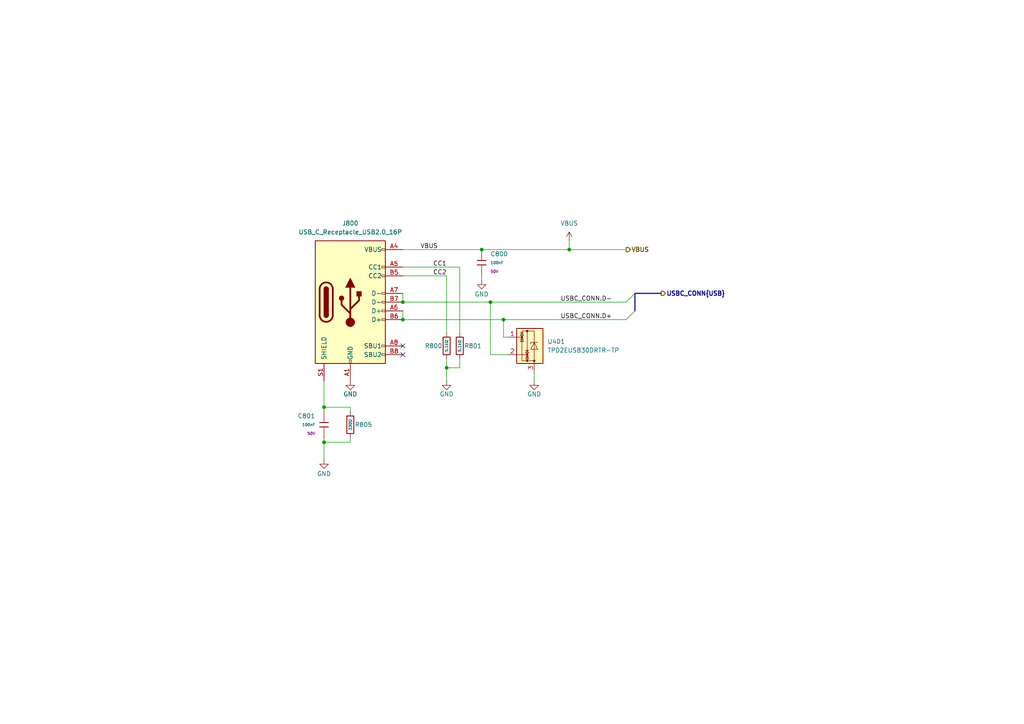
<source format=kicad_sch>
(kicad_sch (version 20250114) (generator "eeschema") (generator_version "9.0")
  (paper "A4")
  (title_block (title "USB-C") (date "2025-04-22") (rev "A") (company "Moducard System") (comment 1 "Artem Horiunov") (comment 2 "Designed in poland"))
  (lib_symbols
    (symbol "Connector:USB_C_Receptacle_USB2.0_16P" (pin_names (offset 1.016))
      (property "Reference" "J" (at 0 22.225 0))
      (property "Value" "USB_C_Receptacle_USB2.0_16P" (at 0 19.685 0))
      (symbol "USB_C_Receptacle_USB2.0_16P_0_0"
        (rectangle (start -0.254 -17.78) (end 0.254 -16.764))
        (rectangle (start 10.16 15.494) (end 9.144 14.986))
        (rectangle (start 10.16 10.414) (end 9.144 9.906))
        (rectangle (start 10.16 7.874) (end 9.144 7.366))
        (rectangle (start 10.16 2.794) (end 9.144 2.286))
        (rectangle (start 10.16 0.254) (end 9.144 -0.254))
        (rectangle (start 10.16 -2.286) (end 9.144 -2.794))
        (rectangle (start 10.16 -4.826) (end 9.144 -5.334))
        (rectangle (start 10.16 -12.446) (end 9.144 -12.954))
        (rectangle (start 10.16 -14.986) (end 9.144 -15.494))
      )
      (symbol "USB_C_Receptacle_USB2.0_16P_0_1"
        (rectangle (start -10.16 17.78) (end 10.16 -17.78) (stroke (width 0.254)) (fill (type background)))
        (polyline (pts (xy -8.89 -3.81) (xy -8.89 3.81)) (stroke (width 0.508)))
        (rectangle (start -7.62 -3.81) (end -6.35 3.81) (stroke (width 0.254)) (fill (type outline)))
        (arc (start -7.62 3.81) (mid -6.985 4.4423) (end -6.35 3.81) (stroke (width 0.254)))
        (arc (start -7.62 3.81) (mid -6.985 4.4423) (end -6.35 3.81) (stroke (width 0.254)) (fill (type outline)))
        (arc (start -8.89 3.81) (mid -6.985 5.7067) (end -5.08 3.81) (stroke (width 0.508)))
        (arc (start -5.08 -3.81) (mid -6.985 -5.7067) (end -8.89 -3.81) (stroke (width 0.508)))
        (arc (start -6.35 -3.81) (mid -6.985 -4.4423) (end -7.62 -3.81) (stroke (width 0.254)))
        (arc (start -6.35 -3.81) (mid -6.985 -4.4423) (end -7.62 -3.81) (stroke (width 0.254)) (fill (type outline)))
        (polyline (pts (xy -5.08 3.81) (xy -5.08 -3.81)) (stroke (width 0.508)))
        (circle (center -2.54 1.143) (radius 0.635) (stroke (width 0.254)) (fill (type outline)))
        (polyline (pts (xy -1.27 4.318) (xy 0 6.858) (xy 1.27 4.318) (xy -1.27 4.318)) (stroke (width 0.254)) (fill (type outline)))
        (polyline (pts (xy 0 -2.032) (xy 2.54 0.508) (xy 2.54 1.778)) (stroke (width 0.508)))
        (polyline (pts (xy 0 -3.302) (xy -2.54 -0.762) (xy -2.54 0.508)) (stroke (width 0.508)))
        (polyline (pts (xy 0 -5.842) (xy 0 4.318)) (stroke (width 0.508)))
        (circle (center 0 -5.842) (radius 1.27) (fill (type outline)))
        (rectangle (start 1.905 1.778) (end 3.175 3.048) (stroke (width 0.254)) (fill (type outline)))
      )
      (symbol "USB_C_Receptacle_USB2.0_16P_1_1"
        (pin passive line (at -7.62 -22.86 90) (length 5.08) (name "SHIELD") (number "S1"))
        (pin passive line (at 0 -22.86 90) (length 5.08) (name "GND") (number "A1"))
        (pin passive line (at 0 -22.86 90) (length 5.08) (hide yes) (name "GND") (number "A12"))
        (pin passive line (at 0 -22.86 90) (length 5.08) (hide yes) (name "GND") (number "B1"))
        (pin passive line (at 0 -22.86 90) (length 5.08) (hide yes) (name "GND") (number "B12"))
        (pin passive line (at 15.24 15.24 180) (length 5.08) (name "VBUS") (number "A4"))
        (pin passive line (at 15.24 15.24 180) (length 5.08) (hide yes) (name "VBUS") (number "A9"))
        (pin passive line (at 15.24 15.24 180) (length 5.08) (hide yes) (name "VBUS") (number "B4"))
        (pin passive line (at 15.24 15.24 180) (length 5.08) (hide yes) (name "VBUS") (number "B9"))
        (pin bidirectional line (at 15.24 10.16 180) (length 5.08) (name "CC1") (number "A5"))
        (pin bidirectional line (at 15.24 7.62 180) (length 5.08) (name "CC2") (number "B5"))
        (pin bidirectional line (at 15.24 2.54 180) (length 5.08) (name "D-") (number "A7"))
        (pin bidirectional line (at 15.24 0 180) (length 5.08) (name "D-") (number "B7"))
        (pin bidirectional line (at 15.24 -2.54 180) (length 5.08) (name "D+") (number "A6"))
        (pin bidirectional line (at 15.24 -5.08 180) (length 5.08) (name "D+") (number "B6"))
        (pin bidirectional line (at 15.24 -12.7 180) (length 5.08) (name "SBU1") (number "A8"))
        (pin bidirectional line (at 15.24 -15.24 180) (length 5.08) (name "SBU2") (number "B8"))
      )
    )
    (symbol "PCM_JLCPCB-Capacitors:0402,100nF,(2)" (pin_numbers (hide yes)) (pin_names (offset 0))
      (property "Reference" "C" (at 2.032 1.668 0))
      (property "Value" "100nF" (at 2.032 -0.3782 0))
      (property "Voltage Rated" "50V" (at 2.032 -2.0462 0))
      (symbol "0402,100nF,(2)_0_1"
        (polyline (pts (xy -1.27 0.635) (xy 1.27 0.635)) (stroke (width 0.254)))
        (polyline (pts (xy -1.27 -0.635) (xy 1.27 -0.635)) (stroke (width 0.254)))
      )
      (symbol "0402,100nF,(2)_1_1"
        (pin passive line (at 0 3.81 270) (length 3.175) (name "~") (number "1"))
        (pin passive line (at 0 -3.81 90) (length 3.175) (name "~") (number "2"))
      )
    )
    (symbol "PCM_JLCPCB-Resistors:0402,330Ω" (pin_numbers (hide yes)) (pin_names (offset 0))
      (property "Reference" "R" (at 1.778 0 0))
      (property "Value" "330Ω" (at 0 0 90))
      (symbol "0402,330Ω_0_1"
        (rectangle (start -1.016 2.54) (end 1.016 -2.54) (stroke (width 0.254)))
      )
      (symbol "0402,330Ω_1_1"
        (pin passive line (at 0 3.81 270) (length 1.27) (name "~") (number "1"))
        (pin passive line (at 0 -3.81 90) (length 1.27) (name "~") (number "2"))
      )
    )
    (symbol "PCM_JLCPCB-Resistors:0402,5.1kΩ" (pin_numbers (hide yes)) (pin_names (offset 0))
      (property "Reference" "R" (at 1.778 0 0))
      (property "Value" "5.1kΩ" (at 0 0 90))
      (symbol "0402,5.1kΩ_0_1"
        (rectangle (start -1.016 2.54) (end 1.016 -2.54) (stroke (width 0.254)))
      )
      (symbol "0402,5.1kΩ_1_1"
        (pin passive line (at 0 3.81 270) (length 1.27) (name "~") (number "1"))
        (pin passive line (at 0 -3.81 90) (length 1.27) (name "~") (number "2"))
      )
    )
    (symbol "Power_Protection:TPD2E2U06DCK"
      (property "Reference" "U" (at -3.81 6.35 0))
      (property "Value" "TPD2E2U06DCK" (at 0.508 -6.35 0))
      (symbol "TPD2E2U06DCK_0_1"
        (rectangle (start -5.08 5.08) (end 2.54 -5.08) (stroke (width 0.254)) (fill (type background)))
        (rectangle (start -3.556 4.318) (end 0 -4.318))
        (polyline (pts (xy -3.556 3.81) (xy -4.064 3.048) (xy -3.048 3.048) (xy -3.556 3.81)))
        (circle (center -3.556 2.54) (radius 0.254) (fill (type outline)))
        (polyline (pts (xy -3.556 2.54) (xy -5.08 2.54)))
        (polyline (pts (xy -3.556 2.032) (xy -4.064 1.27) (xy -3.048 1.27) (xy -3.556 2.032)))
        (polyline (pts (xy -3.048 3.81) (xy -4.064 3.81)))
        (polyline (pts (xy -3.048 2.032) (xy -4.064 2.032)))
        (circle (center -2.032 4.318) (radius 0.254) (fill (type outline)))
        (polyline (pts (xy -2.032 -1.27) (xy -2.54 -2.032) (xy -1.524 -2.032) (xy -2.032 -1.27)))
        (circle (center -2.032 -2.54) (radius 0.254) (fill (type outline)))
        (polyline (pts (xy -2.032 -2.54) (xy -5.08 -2.54)))
        (polyline (pts (xy -2.032 -3.048) (xy -2.54 -3.81) (xy -1.524 -3.81) (xy -2.032 -3.048)))
        (circle (center -2.032 -4.318) (radius 0.254) (fill (type outline)))
        (polyline (pts (xy -2.032 -4.318) (xy -2.032 4.318)))
        (polyline (pts (xy -1.524 -1.27) (xy -2.54 -1.27)))
        (polyline (pts (xy -1.524 -3.048) (xy -2.54 -3.048)))
        (polyline (pts (xy 0 1.016) (xy 1.016 -1.016) (xy -1.016 -1.016) (xy 0 1.016)))
        (polyline (pts (xy 0 -4.318) (xy 0 -5.08)))
        (circle (center 0 -4.318) (radius 0.254) (fill (type outline)))
        (polyline (pts (xy 1.016 1.016) (xy -1.016 1.016) (xy -1.016 0.508)))
      )
      (symbol "TPD2E2U06DCK_1_1"
        (pin passive line (at -7.62 2.54 0) (length 2.54) (name "~") (number "1"))
        (pin passive line (at -7.62 -2.54 0) (length 2.54) (name "~") (number "2"))
        (pin passive line (at 0 -7.62 90) (length 2.54) (name "~") (number "3"))
      )
    )
    (symbol "power:GND" (power) (pin_numbers (hide yes)) (pin_names (offset 0) (hide yes))
      (property "Value" "GND" (at 0 -3.81 0))
      (symbol "GND_0_1"
        (polyline (pts (xy 0 0) (xy 0 -1.27) (xy 1.27 -1.27) (xy 0 -2.54) (xy -1.27 -1.27) (xy 0 -1.27)))
      )
      (symbol "GND_1_1"
        (pin power_in line (at 0 0 270) (length 0) (name "~") (number "1"))
      )
    )
    (symbol "power:VBUS" (power) (pin_numbers (hide yes)) (pin_names (offset 0) (hide yes))
      (property "Value" "VBUS" (at 0 3.556 0))
      (symbol "VBUS_0_1"
        (polyline (pts (xy -0.762 1.27) (xy 0 2.54)))
        (polyline (pts (xy 0 2.54) (xy 0.762 1.27)))
        (polyline (pts (xy 0 0) (xy 0 2.54)))
      )
      (symbol "VBUS_1_1"
        (pin power_in line (at 0 0 90) (length 0) (name "~") (number "1"))
      )
    )
  )
  (junction (at 93.98 128.27))
  (junction (at 93.98 118.11))
  (junction (at 129.54 106.68))
  (junction (at 165.1 72.39))
  (junction (at 146.05 92.71))
  (junction (at 116.84 87.63))
  (junction (at 116.84 92.71))
  (junction (at 142.24 87.63))
  (junction (at 139.7 72.39))
  (no_connect (at 116.84 102.87))
  (no_connect (at 116.84 100.33))
  (bus_entry (at 184.15 85.09) (size -2.54 2.54))
  (bus_entry (at 184.15 90.17) (size -2.54 2.54))
  (wire (pts (xy 93.98 128.27) (xy 93.98 133.35)))
  (bus (pts (xy 184.15 85.09) (xy 184.15 90.17)))
  (wire (pts (xy 133.35 104.14) (xy 133.35 106.68)))
  (wire (pts (xy 147.32 102.87) (xy 142.24 102.87)))
  (wire (pts (xy 165.1 72.39) (xy 181.61 72.39)))
  (wire (pts (xy 101.6 127) (xy 101.6 128.27)))
  (wire (pts (xy 142.24 87.63) (xy 142.24 102.87)))
  (wire (pts (xy 93.98 118.11) (xy 93.98 119.38)))
  (wire (pts (xy 133.35 96.52) (xy 133.35 77.47)))
  (wire (pts (xy 101.6 118.11) (xy 101.6 119.38)))
  (wire (pts (xy 142.24 87.63) (xy 181.61 87.63)))
  (wire (pts (xy 116.84 90.17) (xy 116.84 92.71)))
  (wire (pts (xy 116.84 72.39) (xy 139.7 72.39)))
  (wire (pts (xy 116.84 77.47) (xy 133.35 77.47)))
  (wire (pts (xy 116.84 85.09) (xy 116.84 87.63)))
  (wire (pts (xy 139.7 72.39) (xy 165.1 72.39)))
  (wire (pts (xy 116.84 80.01) (xy 129.54 80.01)))
  (wire (pts (xy 116.84 87.63) (xy 142.24 87.63)))
  (wire (pts (xy 129.54 104.14) (xy 129.54 106.68)))
  (wire (pts (xy 93.98 110.49) (xy 93.98 118.11)))
  (wire (pts (xy 101.6 118.11) (xy 93.98 118.11)))
  (wire (pts (xy 154.94 107.95) (xy 154.94 110.49)))
  (wire (pts (xy 129.54 106.68) (xy 129.54 110.49)))
  (wire (pts (xy 93.98 127) (xy 93.98 128.27)))
  (wire (pts (xy 165.1 69.85) (xy 165.1 72.39)))
  (wire (pts (xy 101.6 128.27) (xy 93.98 128.27)))
  (bus (pts (xy 191.77 85.09) (xy 184.15 85.09)))
  (wire (pts (xy 147.32 97.79) (xy 146.05 97.79)))
  (wire (pts (xy 116.84 92.71) (xy 146.05 92.71)))
  (wire (pts (xy 129.54 80.01) (xy 129.54 96.52)))
  (wire (pts (xy 139.7 80.01) (xy 139.7 81.28)))
  (wire (pts (xy 129.54 106.68) (xy 133.35 106.68)))
  (wire (pts (xy 146.05 92.71) (xy 146.05 97.79)))
  (wire (pts (xy 146.05 92.71) (xy 181.61 92.71)))
  (label "CC2" (at 129.54 80.01 180))
  (label "VBUS" (at 127 72.39 180))
  (label "CC1" (at 129.54 77.47 180))
  (label "USBC_CONN.D+" (at 162.56 92.71 0))
  (label "USBC_CONN.D-" (at 162.56 87.63 0))
  (hierarchical_label "USBC_CONN{USB}" (shape output) (at 191.77 85.09 0) (effects (font (thickness 0.254) (bold yes))))
  (hierarchical_label "VBUS" (shape output) (at 181.61 72.39 0) (effects (font (thickness 0.254) (bold yes))))
  (symbol (lib_id "PCM_JLCPCB-Capacitors:0402,100nF,(2)") (at 139.7 76.2 0) (unit 1)
    (property "Reference" "C800" (at 142.24 73.6599 0) (effects (justify left)))
    (property "Value" "100nF" (at 142.24 76.2 0) (effects (font (size 0.8 0.8)) (justify left)))
    (property "Footprint" "PCM_JLCPCB:C_0402" (effects (hide yes)))
    (property "Datasheet" "https://www.lcsc.com/datasheet/lcsc_datasheet_2304140030_Samsung-Electro-Mechanics-CL05B104KB54PNC_C307331.pdf" (effects (hide yes)))
    (property "Description" "50V 100nF X7R ±10% 0402 Multilayer Ceramic Capacitors MLCC - SMD/SMT ROHS" (effects (hide yes)))
    (property "LCSC" "C307331" (effects (hide yes)))
    (property "Stock" "5436546" (effects (hide yes)))
    (property "Price" "0.008USD" (effects (hide yes)))
    (property "Process" "SMT" (effects (hide yes)))
    (property "Minimum Qty" "20" (effects (hide yes)))
    (property "Attrition Qty" "10" (effects (hide yes)))
    (property "Class" "Basic Component" (effects (hide yes)))
    (property "Category" "Capacitors,Multilayer Ceramic Capacitors MLCC - SMD/SMT" (effects (hide yes)))
    (property "Manufacturer" "Samsung Electro-Mechanics" (effects (hide yes)))
    (property "Part" "CL05B104KB54PNC" (effects (hide yes)))
    (property "Voltage Rated" "50V" (at 142.24 78.74 0) (effects (font (size 0.8 0.8)) (justify left)))
    (property "Tolerance" "±10%" (effects (hide yes)))
    (property "Capacitance" "100nF" (effects (hide yes)))
    (property "Temperature Coefficient" "X7R" (effects (hide yes)))
  )
  (symbol (lib_id "power:VBUS") (at 165.1 69.85 0) (unit 1)
    (property "Reference" "#PWR018" (effects (hide yes)))
    (property "Value" "VBUS" (at 165.1 64.77 0))
    (property "Description" "Power symbol creates a global label with name \"VBUS\"" (effects (hide yes)))
  )
  (symbol (lib_id "power:GND") (at 154.94 110.49 0) (mirror y) (unit 1)
    (property "Reference" "#PWR0802" (effects (hide yes)))
    (property "Value" "GND" (at 154.94 114.3 0))
    (property "Description" "Power symbol creates a global label with name \"GND\" , ground" (effects (hide yes)))
  )
  (symbol (lib_id "PCM_JLCPCB-Capacitors:0402,100nF,(2)") (at 93.98 123.19 0) (unit 1)
    (property "Reference" "C801" (at 91.44 120.6499 0) (effects (justify right)))
    (property "Value" "100nF" (at 91.44 123.19 0) (effects (font (size 0.8 0.8)) (justify right)))
    (property "Footprint" "PCM_JLCPCB:C_0402" (effects (hide yes)))
    (property "Datasheet" "https://www.lcsc.com/datasheet/lcsc_datasheet_2304140030_Samsung-Electro-Mechanics-CL05B104KB54PNC_C307331.pdf" (effects (hide yes)))
    (property "Description" "50V 100nF X7R ±10% 0402 Multilayer Ceramic Capacitors MLCC - SMD/SMT ROHS" (effects (hide yes)))
    (property "LCSC" "C307331" (effects (hide yes)))
    (property "Stock" "5436546" (effects (hide yes)))
    (property "Price" "0.008USD" (effects (hide yes)))
    (property "Process" "SMT" (effects (hide yes)))
    (property "Minimum Qty" "20" (effects (hide yes)))
    (property "Attrition Qty" "10" (effects (hide yes)))
    (property "Class" "Basic Component" (effects (hide yes)))
    (property "Category" "Capacitors,Multilayer Ceramic Capacitors MLCC - SMD/SMT" (effects (hide yes)))
    (property "Manufacturer" "Samsung Electro-Mechanics" (effects (hide yes)))
    (property "Part" "CL05B104KB54PNC" (effects (hide yes)))
    (property "Voltage Rated" "50V" (at 91.44 125.73 0) (effects (font (size 0.8 0.8)) (justify right)))
    (property "Tolerance" "±10%" (effects (hide yes)))
    (property "Capacitance" "100nF" (effects (hide yes)))
    (property "Temperature Coefficient" "X7R" (effects (hide yes)))
  )
  (symbol (lib_id "Power_Protection:TPD2E2U06DCK") (at 154.94 100.33 0) (unit 1)
    (property "Reference" "U401" (at 158.75 99.0599 0) (effects (justify left)))
    (property "Value" "TPD2EUSB30DRTR-TP" (at 158.75 101.5999 0) (effects (justify left)))
    (property "Footprint" "Package_TO_SOT_SMD:SOT-723" (effects (hide yes)))
    (property "Datasheet" "https://www.lcsc.com/datasheet/C2844720.pdf" (effects (hide yes)))
    (property "Description" "Dual-Channel High-Speed ESD Protection, SC-70" (effects (hide yes)))
    (property "LCSC" "C2844720" (effects (hide yes)))
  )
  (symbol (lib_id "power:GND") (at 93.98 133.35 0) (unit 1)
    (property "Reference" "#PWR0808" (effects (hide yes)))
    (property "Value" "GND" (at 93.98 137.414 0))
    (property "Description" "Power symbol creates a global label with name \"GND\" , ground" (effects (hide yes)))
  )
  (symbol (lib_id "power:GND") (at 101.6 110.49 0) (mirror y) (unit 1)
    (property "Reference" "#PWR0804" (effects (hide yes)))
    (property "Value" "GND" (at 101.6 114.3 0))
    (property "Description" "Power symbol creates a global label with name \"GND\" , ground" (effects (hide yes)))
  )
  (symbol (lib_id "power:GND") (at 139.7 81.28 0) (unit 1)
    (property "Reference" "#PWR0800" (effects (hide yes)))
    (property "Value" "GND" (at 139.7 85.344 0))
    (property "Description" "Power symbol creates a global label with name \"GND\" , ground" (effects (hide yes)))
  )
  (symbol (lib_id "PCM_JLCPCB-Resistors:0402,330Ω") (at 101.6 123.19 0) (unit 1)
    (property "Reference" "R805" (at 102.87 123.19 0) (effects (justify left)))
    (property "Value" "330Ω" (at 101.6 123.19 90) (effects (font (size 0.8 0.8))))
    (property "Footprint" "PCM_JLCPCB:R_0402" (effects (hide yes)))
    (property "Datasheet" "https://www.lcsc.com/datasheet/lcsc_datasheet_2205311900_UNI-ROYAL-Uniroyal-Elec-0402WGF3300TCE_C25104.pdf" (effects (hide yes)))
    (property "Description" "62.5mW Thick Film Resistors 50V ±100ppm/°C ±1% 330Ω 0402 Chip Resistor - Surface Mount ROHS" (effects (hide yes)))
    (property "LCSC" "C25104" (effects (hide yes)))
    (property "Stock" "577267" (effects (hide yes)))
    (property "Price" "0.004USD" (effects (hide yes)))
    (property "Process" "SMT" (effects (hide yes)))
    (property "Minimum Qty" "20" (effects (hide yes)))
    (property "Attrition Qty" "10" (effects (hide yes)))
    (property "Class" "Basic Component" (effects (hide yes)))
    (property "Category" "Resistors,Chip Resistor - Surface Mount" (effects (hide yes)))
    (property "Manufacturer" "UNI-ROYAL(Uniroyal Elec)" (effects (hide yes)))
    (property "Part" "0402WGF3300TCE" (effects (hide yes)))
    (property "Resistance" "330Ω" (effects (hide yes)))
    (property "Power(Watts)" "62.5mW" (effects (hide yes)))
    (property "Type" "Thick Film Resistors" (effects (hide yes)))
    (property "Overload Voltage (Max)" "50V" (effects (hide yes)))
    (property "Operating Temperature Range" "-55°C~+155°C" (effects (hide yes)))
    (property "Tolerance" "±1%" (effects (hide yes)))
    (property "Temperature Coefficient" "±100ppm/°C" (effects (hide yes)))
  )
  (symbol (lib_id "Connector:USB_C_Receptacle_USB2.0_16P") (at 101.6 87.63 0) (unit 1)
    (property "Reference" "J800" (at 101.6 64.77 0))
    (property "Value" "USB_C_Receptacle_USB2.0_16P" (at 101.6 67.31 0))
    (property "Footprint" "Connector_USB:USB_C_Receptacle_GCT_USB4105-xx-A_16P_TopMnt_Horizontal" (effects (hide yes)))
    (property "Datasheet" "https://www.usb.org/sites/default/files/documents/usb_type-c.zip" (effects (hide yes)))
    (property "Description" "USB 2.0-only 16P Type-C Receptacle connector" (effects (hide yes)))
  )
  (symbol (lib_id "PCM_JLCPCB-Resistors:0402,5.1kΩ") (at 133.35 100.33 0) (unit 1)
    (property "Reference" "R801" (at 134.62 100.33 0) (effects (justify left)))
    (property "Value" "5.1kΩ" (at 133.35 100.33 90) (effects (font (size 0.8 0.8))))
    (property "Footprint" "PCM_JLCPCB:R_0402" (effects (hide yes)))
    (property "Datasheet" "https://www.lcsc.com/datasheet/lcsc_datasheet_2206010045_UNI-ROYAL-Uniroyal-Elec-0402WGF5101TCE_C25905.pdf" (effects (hide yes)))
    (property "Description" "62.5mW Thick Film Resistors 50V ±100ppm/°C ±1% 5.1kΩ 0402 Chip Resistor - Surface Mount ROHS" (effects (hide yes)))
    (property "LCSC" "C25905" (effects (hide yes)))
    (property "Stock" "3416329" (effects (hide yes)))
    (property "Price" "0.004USD" (effects (hide yes)))
    (property "Process" "SMT" (effects (hide yes)))
    (property "Minimum Qty" "20" (effects (hide yes)))
    (property "Attrition Qty" "10" (effects (hide yes)))
    (property "Class" "Basic Component" (effects (hide yes)))
    (property "Category" "Resistors,Chip Resistor - Surface Mount" (effects (hide yes)))
    (property "Manufacturer" "UNI-ROYAL(Uniroyal Elec)" (effects (hide yes)))
    (property "Part" "0402WGF5101TCE" (effects (hide yes)))
    (property "Resistance" "5.1kΩ" (effects (hide yes)))
    (property "Power(Watts)" "62.5mW" (effects (hide yes)))
    (property "Type" "Thick Film Resistors" (effects (hide yes)))
    (property "Overload Voltage (Max)" "50V" (effects (hide yes)))
    (property "Operating Temperature Range" "-55°C~+155°C" (effects (hide yes)))
    (property "Tolerance" "±1%" (effects (hide yes)))
    (property "Temperature Coefficient" "±100ppm/°C" (effects (hide yes)))
  )
  (symbol (lib_id "PCM_JLCPCB-Resistors:0402,5.1kΩ") (at 129.54 100.33 0) (unit 1)
    (property "Reference" "R800" (at 123.19 100.33 0) (effects (justify left)))
    (property "Value" "5.1kΩ" (at 129.54 100.33 90) (effects (font (size 0.8 0.8))))
    (property "Footprint" "PCM_JLCPCB:R_0402" (effects (hide yes)))
    (property "Datasheet" "https://www.lcsc.com/datasheet/lcsc_datasheet_2206010045_UNI-ROYAL-Uniroyal-Elec-0402WGF5101TCE_C25905.pdf" (effects (hide yes)))
    (property "Description" "62.5mW Thick Film Resistors 50V ±100ppm/°C ±1% 5.1kΩ 0402 Chip Resistor - Surface Mount ROHS" (effects (hide yes)))
    (property "LCSC" "C25905" (effects (hide yes)))
    (property "Stock" "3416329" (effects (hide yes)))
    (property "Price" "0.004USD" (effects (hide yes)))
    (property "Process" "SMT" (effects (hide yes)))
    (property "Minimum Qty" "20" (effects (hide yes)))
    (property "Attrition Qty" "10" (effects (hide yes)))
    (property "Class" "Basic Component" (effects (hide yes)))
    (property "Category" "Resistors,Chip Resistor - Surface Mount" (effects (hide yes)))
    (property "Manufacturer" "UNI-ROYAL(Uniroyal Elec)" (effects (hide yes)))
    (property "Part" "0402WGF5101TCE" (effects (hide yes)))
    (property "Resistance" "5.1kΩ" (effects (hide yes)))
    (property "Power(Watts)" "62.5mW" (effects (hide yes)))
    (property "Type" "Thick Film Resistors" (effects (hide yes)))
    (property "Overload Voltage (Max)" "50V" (effects (hide yes)))
    (property "Operating Temperature Range" "-55°C~+155°C" (effects (hide yes)))
    (property "Tolerance" "±1%" (effects (hide yes)))
    (property "Temperature Coefficient" "±100ppm/°C" (effects (hide yes)))
  )
  (symbol (lib_id "power:GND") (at 129.54 110.49 0) (mirror y) (unit 1)
    (property "Reference" "#PWR0803" (effects (hide yes)))
    (property "Value" "GND" (at 129.54 114.3 0))
    (property "Description" "Power symbol creates a global label with name \"GND\" , ground" (effects (hide yes)))
  )
)
</source>
